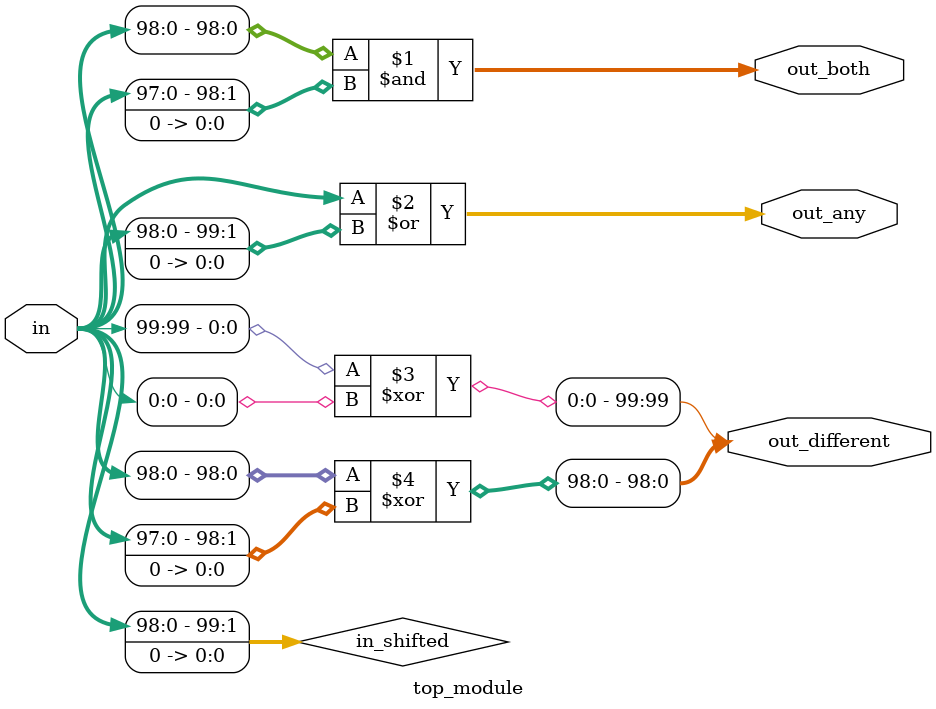
<source format=sv>
module top_module (
	input [99:0] in,
	output [98:0] out_both,
	output [99:0] out_any,
	output [99:0] out_different
);

wire [99:0] in_shifted;

assign in_shifted = {in[98:0], 1'b0};

assign out_both = in[98:0] & in_shifted[98:0];
assign out_any = in | in_shifted;
assign out_different[99] = in[99] ^ in[0];
assign out_different[98:0] = in[98:0] ^ in_shifted[98:0];

endmodule

</source>
